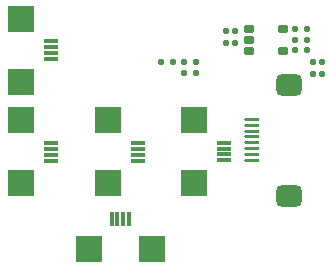
<source format=gtp>
G04*
G04 #@! TF.GenerationSoftware,Altium Limited,Altium Designer,21.9.2 (33)*
G04*
G04 Layer_Color=8421504*
%FSLAX25Y25*%
%MOIN*%
G70*
G04*
G04 #@! TF.SameCoordinates,6337DD35-F76D-4253-AB87-260676900378*
G04*
G04*
G04 #@! TF.FilePolarity,Positive*
G04*
G01*
G75*
%ADD13R,0.08661X0.08661*%
%ADD14R,0.04921X0.01181*%
%ADD15R,0.08661X0.08661*%
%ADD16R,0.01181X0.04921*%
G04:AMPARAMS|DCode=17|XSize=86mil|YSize=72mil|CornerRadius=18mil|HoleSize=0mil|Usage=FLASHONLY|Rotation=0.000|XOffset=0mil|YOffset=0mil|HoleType=Round|Shape=RoundedRectangle|*
%AMROUNDEDRECTD17*
21,1,0.08600,0.03600,0,0,0.0*
21,1,0.05000,0.07200,0,0,0.0*
1,1,0.03600,0.02500,-0.01800*
1,1,0.03600,-0.02500,-0.01800*
1,1,0.03600,-0.02500,0.01800*
1,1,0.03600,0.02500,0.01800*
%
%ADD17ROUNDEDRECTD17*%
G04:AMPARAMS|DCode=18|XSize=20mil|YSize=20mil|CornerRadius=5mil|HoleSize=0mil|Usage=FLASHONLY|Rotation=0.000|XOffset=0mil|YOffset=0mil|HoleType=Round|Shape=RoundedRectangle|*
%AMROUNDEDRECTD18*
21,1,0.02000,0.01000,0,0,0.0*
21,1,0.01000,0.02000,0,0,0.0*
1,1,0.01000,0.00500,-0.00500*
1,1,0.01000,-0.00500,-0.00500*
1,1,0.01000,-0.00500,0.00500*
1,1,0.01000,0.00500,0.00500*
%
%ADD18ROUNDEDRECTD18*%
G04:AMPARAMS|DCode=19|XSize=23.62mil|YSize=35mil|CornerRadius=5.91mil|HoleSize=0mil|Usage=FLASHONLY|Rotation=90.000|XOffset=0mil|YOffset=0mil|HoleType=Round|Shape=RoundedRectangle|*
%AMROUNDEDRECTD19*
21,1,0.02362,0.02319,0,0,90.0*
21,1,0.01181,0.03500,0,0,90.0*
1,1,0.01181,0.01159,0.00591*
1,1,0.01181,0.01159,-0.00591*
1,1,0.01181,-0.01159,-0.00591*
1,1,0.01181,-0.01159,0.00591*
%
%ADD19ROUNDEDRECTD19*%
G04:AMPARAMS|DCode=20|XSize=20mil|YSize=20mil|CornerRadius=5mil|HoleSize=0mil|Usage=FLASHONLY|Rotation=270.000|XOffset=0mil|YOffset=0mil|HoleType=Round|Shape=RoundedRectangle|*
%AMROUNDEDRECTD20*
21,1,0.02000,0.01000,0,0,270.0*
21,1,0.01000,0.02000,0,0,270.0*
1,1,0.01000,-0.00500,-0.00500*
1,1,0.01000,-0.00500,0.00500*
1,1,0.01000,0.00500,0.00500*
1,1,0.01000,0.00500,-0.00500*
%
%ADD20ROUNDEDRECTD20*%
G04:AMPARAMS|DCode=21|XSize=50mil|YSize=10mil|CornerRadius=2.5mil|HoleSize=0mil|Usage=FLASHONLY|Rotation=180.000|XOffset=0mil|YOffset=0mil|HoleType=Round|Shape=RoundedRectangle|*
%AMROUNDEDRECTD21*
21,1,0.05000,0.00500,0,0,180.0*
21,1,0.04500,0.01000,0,0,180.0*
1,1,0.00500,-0.02250,0.00250*
1,1,0.00500,0.02250,0.00250*
1,1,0.00500,0.02250,-0.00250*
1,1,0.00500,-0.02250,-0.00250*
%
%ADD21ROUNDEDRECTD21*%
D13*
X-53771Y31767D02*
D03*
Y52633D02*
D03*
X-53600Y65600D02*
D03*
Y86466D02*
D03*
X3929Y31867D02*
D03*
Y52733D02*
D03*
X-24670Y31767D02*
D03*
Y52633D02*
D03*
D14*
X-43830Y45152D02*
D03*
Y43184D02*
D03*
Y41215D02*
D03*
Y39247D02*
D03*
X-43659Y78985D02*
D03*
Y77017D02*
D03*
Y75048D02*
D03*
Y73080D02*
D03*
X13871Y45252D02*
D03*
Y43284D02*
D03*
Y41315D02*
D03*
Y39347D02*
D03*
X-14729Y45152D02*
D03*
Y43184D02*
D03*
Y41215D02*
D03*
Y39247D02*
D03*
D15*
X-10167Y9929D02*
D03*
X-31033D02*
D03*
D16*
X-23552Y19871D02*
D03*
X-21584D02*
D03*
X-19615D02*
D03*
X-17647D02*
D03*
D17*
X35500Y64563D02*
D03*
Y27437D02*
D03*
D18*
X43500Y72000D02*
D03*
Y68000D02*
D03*
X46500D02*
D03*
Y72000D02*
D03*
X17500Y78500D02*
D03*
Y82500D02*
D03*
X14500Y78500D02*
D03*
Y82500D02*
D03*
D19*
X22095Y75760D02*
D03*
Y79500D02*
D03*
Y83240D02*
D03*
X33494D02*
D03*
Y75760D02*
D03*
D20*
X-7000Y72000D02*
D03*
X-3000D02*
D03*
X4500D02*
D03*
X500D02*
D03*
X4500Y68500D02*
D03*
X500D02*
D03*
X41500Y83000D02*
D03*
X37500D02*
D03*
X41500Y79500D02*
D03*
X37500D02*
D03*
X41500Y76000D02*
D03*
X37500D02*
D03*
D21*
X23100Y52890D02*
D03*
Y50921D02*
D03*
Y48953D02*
D03*
Y46984D02*
D03*
Y45016D02*
D03*
Y43047D02*
D03*
Y41079D02*
D03*
Y39110D02*
D03*
M02*

</source>
